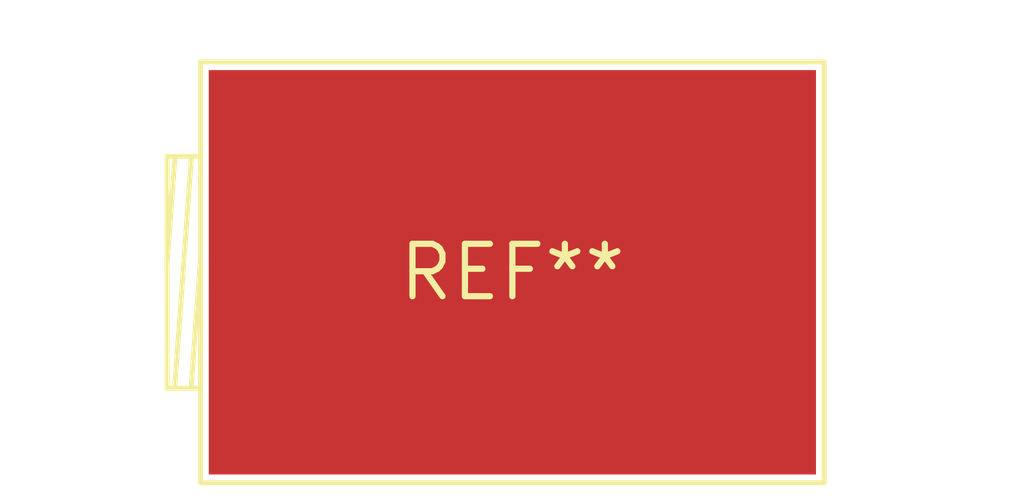
<source format=kicad_pcb>
(kicad_pcb (version 20240108) (generator pcbnew)
  (layers (0 "F.Cu" signal) (31 "B.Cu" signal) (34 "B.Paste" user) (35 "F.Paste" user) (36 "B.SilkS" user "B.Silkscreen") (37 "F.SilkS" user "F.Silkscreen") (38 "B.Mask" user) (39 "F.Mask" user) (44 "Edge.Cuts" user))
  (net 0 "")
  (footprint "IHI_B6A-PCB-45_Vertical" (layer "F.Cu") (at 0 0)
    (property "Reference" "REF**")
    (property "Value" "IHI_B6A-PCB-45_Vertical")
    (fp_line (start -8.36 -2.81) (end -7.55 -2.81) (layer "F.SilkS") (stroke (width 0.12)))
    (fp_line (start -8.36 -0.175) (end -8.168427 -2.81) (layer "F.SilkS") (stroke (width 0.12)))
    (fp_line (start -8.36 2.81) (end -8.36 -2.81) (layer "F.SilkS") (stroke (width 0.12)))
    (fp_line (start -7.772727 -2.75) (end -8.172727 2.75) (layer "F.SilkS") (stroke (width 0.12)))
    (fp_line (start -7.772727 2.75) (end -7.55 -0.35) (layer "F.SilkS") (stroke (width 0.12)))
    (fp_line (start -7.55 -5.1) (end 7.55 -5.1) (layer "F.SilkS") (stroke (width 0.12)))
    (fp_line (start -7.55 2.81) (end -8.36 2.81) (layer "F.SilkS") (stroke (width 0.12)))
    (fp_line (start -7.55 5.1) (end -7.55 -5.1) (layer "F.SilkS") (stroke (width 0.12)))
    (fp_line (start 7.55 -5.1) (end 7.55 5.1) (layer "F.SilkS") (stroke (width 0.12)))
    (fp_line (start 7.55 5.1) (end -7.55 5.1) (layer "F.SilkS") (stroke (width 0.12)))
    (pad "1" smd rect (at 0 0 180) (size 14.7 9.8) (layers "F.Cu" "F.Mask"))
  )
)
</source>
